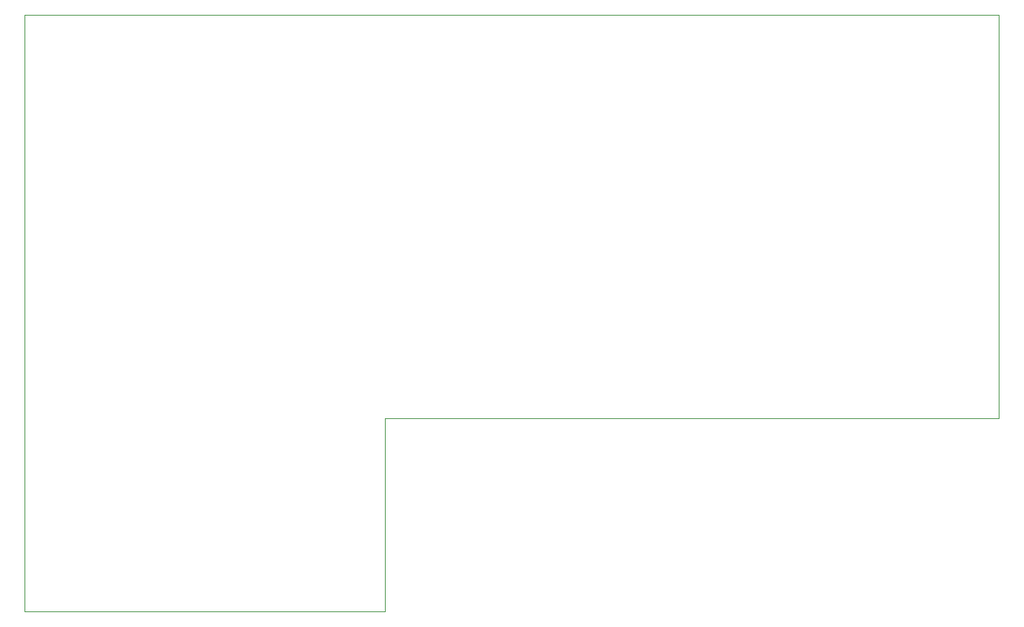
<source format=gbr>
G04 #@! TF.FileFunction,Profile,NP*
%FSLAX46Y46*%
G04 Gerber Fmt 4.6, Leading zero omitted, Abs format (unit mm)*
G04 Created by KiCad (PCBNEW 4.0.5+dfsg1-4) date Wed Jan 10 10:44:42 2018*
%MOMM*%
%LPD*%
G01*
G04 APERTURE LIST*
%ADD10C,0.100000*%
G04 APERTURE END LIST*
D10*
X73000000Y-124000000D02*
X114000000Y-124000000D01*
X73000000Y-56000000D02*
X73000000Y-124000000D01*
X184000000Y-56000000D02*
X73000000Y-56000000D01*
X184000000Y-102000000D02*
X184000000Y-56000000D01*
X114000000Y-102000000D02*
X184000000Y-102000000D01*
X114000000Y-124000000D02*
X114000000Y-102000000D01*
M02*

</source>
